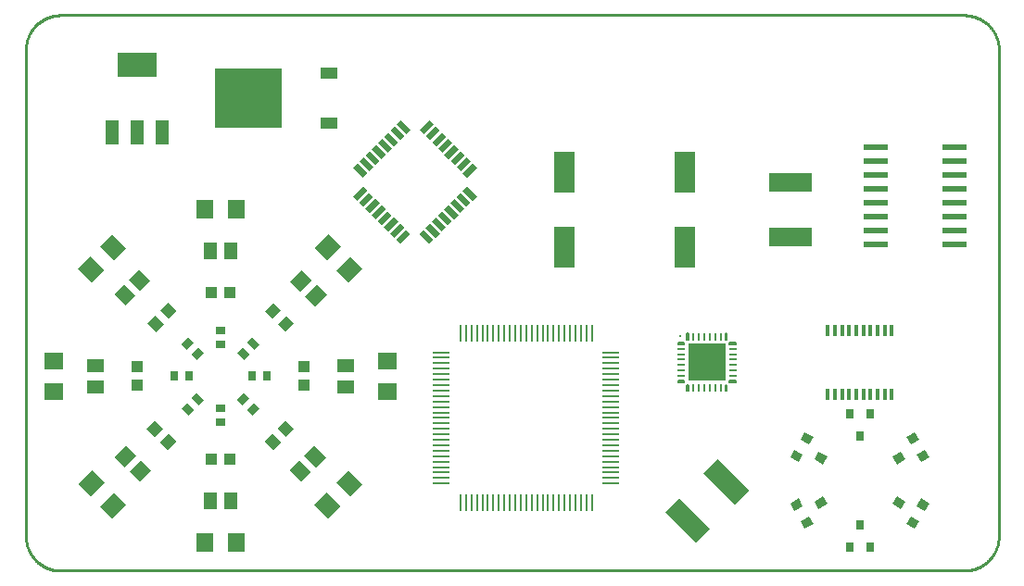
<source format=gtp>
G75*
%MOIN*%
%OFA0B0*%
%FSLAX25Y25*%
%IPPOS*%
%LPD*%
%AMOC8*
5,1,8,0,0,1.08239X$1,22.5*
%
%ADD10C,0.01000*%
%ADD11C,0.00551*%
%ADD12R,0.02756X0.01102*%
%ADD13R,0.01102X0.02756*%
%ADD14R,0.13780X0.13780*%
%ADD15R,0.00984X0.00984*%
%ADD16R,0.04800X0.08800*%
%ADD17R,0.14173X0.08661*%
%ADD18R,0.06299X0.03937*%
%ADD19R,0.24409X0.21260*%
%ADD20R,0.08661X0.02362*%
%ADD21R,0.01200X0.03900*%
%ADD22R,0.01063X0.05906*%
%ADD23R,0.05906X0.01063*%
%ADD24R,0.03543X0.02756*%
%ADD25R,0.02756X0.03543*%
%ADD26R,0.03937X0.04331*%
%ADD27R,0.04331X0.03937*%
%ADD28R,0.05118X0.05906*%
%ADD29R,0.05906X0.05118*%
%ADD30R,0.03150X0.03543*%
%ADD31R,0.06299X0.07098*%
%ADD32R,0.07098X0.06299*%
%ADD33R,0.05000X0.02200*%
%ADD34R,0.02200X0.05000*%
%ADD35R,0.07500X0.15000*%
%ADD36R,0.15748X0.07087*%
%ADD37R,0.07087X0.15748*%
D10*
X0014000Y0001750D02*
X0339000Y0001750D01*
X0339302Y0001754D01*
X0339604Y0001765D01*
X0339905Y0001783D01*
X0340206Y0001808D01*
X0340507Y0001841D01*
X0340806Y0001881D01*
X0341104Y0001928D01*
X0341402Y0001983D01*
X0341697Y0002044D01*
X0341991Y0002113D01*
X0342284Y0002189D01*
X0342574Y0002272D01*
X0342863Y0002362D01*
X0343149Y0002459D01*
X0343433Y0002562D01*
X0343714Y0002673D01*
X0343992Y0002790D01*
X0344268Y0002914D01*
X0344540Y0003045D01*
X0344809Y0003182D01*
X0345075Y0003325D01*
X0345337Y0003475D01*
X0345596Y0003632D01*
X0345850Y0003794D01*
X0346101Y0003963D01*
X0346347Y0004137D01*
X0346590Y0004318D01*
X0346827Y0004504D01*
X0347061Y0004696D01*
X0347289Y0004894D01*
X0347513Y0005097D01*
X0347731Y0005305D01*
X0347945Y0005519D01*
X0348153Y0005737D01*
X0348356Y0005961D01*
X0348554Y0006189D01*
X0348746Y0006423D01*
X0348932Y0006660D01*
X0349113Y0006903D01*
X0349287Y0007149D01*
X0349456Y0007400D01*
X0349618Y0007654D01*
X0349775Y0007913D01*
X0349925Y0008175D01*
X0350068Y0008441D01*
X0350205Y0008710D01*
X0350336Y0008982D01*
X0350460Y0009258D01*
X0350577Y0009536D01*
X0350688Y0009817D01*
X0350791Y0010101D01*
X0350888Y0010387D01*
X0350978Y0010676D01*
X0351061Y0010966D01*
X0351137Y0011259D01*
X0351206Y0011553D01*
X0351267Y0011848D01*
X0351322Y0012146D01*
X0351369Y0012444D01*
X0351409Y0012743D01*
X0351442Y0013044D01*
X0351467Y0013345D01*
X0351485Y0013646D01*
X0351496Y0013948D01*
X0351500Y0014250D01*
X0351500Y0189250D01*
X0351496Y0189552D01*
X0351485Y0189854D01*
X0351467Y0190155D01*
X0351442Y0190456D01*
X0351409Y0190757D01*
X0351369Y0191056D01*
X0351322Y0191354D01*
X0351267Y0191652D01*
X0351206Y0191947D01*
X0351137Y0192241D01*
X0351061Y0192534D01*
X0350978Y0192824D01*
X0350888Y0193113D01*
X0350791Y0193399D01*
X0350688Y0193683D01*
X0350577Y0193964D01*
X0350460Y0194242D01*
X0350336Y0194518D01*
X0350205Y0194790D01*
X0350068Y0195059D01*
X0349925Y0195325D01*
X0349775Y0195587D01*
X0349618Y0195846D01*
X0349456Y0196100D01*
X0349287Y0196351D01*
X0349113Y0196597D01*
X0348932Y0196840D01*
X0348746Y0197077D01*
X0348554Y0197311D01*
X0348356Y0197539D01*
X0348153Y0197763D01*
X0347945Y0197981D01*
X0347731Y0198195D01*
X0347513Y0198403D01*
X0347289Y0198606D01*
X0347061Y0198804D01*
X0346827Y0198996D01*
X0346590Y0199182D01*
X0346347Y0199363D01*
X0346101Y0199537D01*
X0345850Y0199706D01*
X0345596Y0199868D01*
X0345337Y0200025D01*
X0345075Y0200175D01*
X0344809Y0200318D01*
X0344540Y0200455D01*
X0344268Y0200586D01*
X0343992Y0200710D01*
X0343714Y0200827D01*
X0343433Y0200938D01*
X0343149Y0201041D01*
X0342863Y0201138D01*
X0342574Y0201228D01*
X0342284Y0201311D01*
X0341991Y0201387D01*
X0341697Y0201456D01*
X0341402Y0201517D01*
X0341104Y0201572D01*
X0340806Y0201619D01*
X0340507Y0201659D01*
X0340206Y0201692D01*
X0339905Y0201717D01*
X0339604Y0201735D01*
X0339302Y0201746D01*
X0339000Y0201750D01*
X0014000Y0201750D01*
X0013698Y0201746D01*
X0013396Y0201735D01*
X0013095Y0201717D01*
X0012794Y0201692D01*
X0012493Y0201659D01*
X0012194Y0201619D01*
X0011896Y0201572D01*
X0011598Y0201517D01*
X0011303Y0201456D01*
X0011009Y0201387D01*
X0010716Y0201311D01*
X0010426Y0201228D01*
X0010137Y0201138D01*
X0009851Y0201041D01*
X0009567Y0200938D01*
X0009286Y0200827D01*
X0009008Y0200710D01*
X0008732Y0200586D01*
X0008460Y0200455D01*
X0008191Y0200318D01*
X0007925Y0200175D01*
X0007663Y0200025D01*
X0007404Y0199868D01*
X0007150Y0199706D01*
X0006899Y0199537D01*
X0006653Y0199363D01*
X0006410Y0199182D01*
X0006173Y0198996D01*
X0005939Y0198804D01*
X0005711Y0198606D01*
X0005487Y0198403D01*
X0005269Y0198195D01*
X0005055Y0197981D01*
X0004847Y0197763D01*
X0004644Y0197539D01*
X0004446Y0197311D01*
X0004254Y0197077D01*
X0004068Y0196840D01*
X0003887Y0196597D01*
X0003713Y0196351D01*
X0003544Y0196100D01*
X0003382Y0195846D01*
X0003225Y0195587D01*
X0003075Y0195325D01*
X0002932Y0195059D01*
X0002795Y0194790D01*
X0002664Y0194518D01*
X0002540Y0194242D01*
X0002423Y0193964D01*
X0002312Y0193683D01*
X0002209Y0193399D01*
X0002112Y0193113D01*
X0002022Y0192824D01*
X0001939Y0192534D01*
X0001863Y0192241D01*
X0001794Y0191947D01*
X0001733Y0191652D01*
X0001678Y0191354D01*
X0001631Y0191056D01*
X0001591Y0190757D01*
X0001558Y0190456D01*
X0001533Y0190155D01*
X0001515Y0189854D01*
X0001504Y0189552D01*
X0001500Y0189250D01*
X0001500Y0014250D01*
X0001504Y0013948D01*
X0001515Y0013646D01*
X0001533Y0013345D01*
X0001558Y0013044D01*
X0001591Y0012743D01*
X0001631Y0012444D01*
X0001678Y0012146D01*
X0001733Y0011848D01*
X0001794Y0011553D01*
X0001863Y0011259D01*
X0001939Y0010966D01*
X0002022Y0010676D01*
X0002112Y0010387D01*
X0002209Y0010101D01*
X0002312Y0009817D01*
X0002423Y0009536D01*
X0002540Y0009258D01*
X0002664Y0008982D01*
X0002795Y0008710D01*
X0002932Y0008441D01*
X0003075Y0008175D01*
X0003225Y0007913D01*
X0003382Y0007654D01*
X0003544Y0007400D01*
X0003713Y0007149D01*
X0003887Y0006903D01*
X0004068Y0006660D01*
X0004254Y0006423D01*
X0004446Y0006189D01*
X0004644Y0005961D01*
X0004847Y0005737D01*
X0005055Y0005519D01*
X0005269Y0005305D01*
X0005487Y0005097D01*
X0005711Y0004894D01*
X0005939Y0004696D01*
X0006173Y0004504D01*
X0006410Y0004318D01*
X0006653Y0004137D01*
X0006899Y0003963D01*
X0007150Y0003794D01*
X0007404Y0003632D01*
X0007663Y0003475D01*
X0007925Y0003325D01*
X0008191Y0003182D01*
X0008460Y0003045D01*
X0008732Y0002914D01*
X0009008Y0002790D01*
X0009286Y0002673D01*
X0009567Y0002562D01*
X0009851Y0002459D01*
X0010137Y0002362D01*
X0010426Y0002272D01*
X0010716Y0002189D01*
X0011009Y0002113D01*
X0011303Y0002044D01*
X0011598Y0001983D01*
X0011896Y0001928D01*
X0012194Y0001881D01*
X0012493Y0001841D01*
X0012794Y0001808D01*
X0013095Y0001783D01*
X0013396Y0001765D01*
X0013698Y0001754D01*
X0014000Y0001750D01*
D11*
X0236145Y0069584D02*
X0238351Y0069584D01*
X0236145Y0069584D02*
X0236145Y0070136D01*
X0238351Y0070136D01*
X0238351Y0069584D01*
X0238351Y0070134D02*
X0236145Y0070134D01*
X0239334Y0066395D02*
X0239886Y0066395D01*
X0239334Y0066395D02*
X0239334Y0068601D01*
X0239886Y0068601D01*
X0239886Y0066395D01*
X0239886Y0066945D02*
X0239334Y0066945D01*
X0239334Y0067495D02*
X0239886Y0067495D01*
X0239886Y0068045D02*
X0239334Y0068045D01*
X0239334Y0068595D02*
X0239886Y0068595D01*
X0253114Y0066395D02*
X0253666Y0066395D01*
X0253114Y0066395D02*
X0253114Y0068601D01*
X0253666Y0068601D01*
X0253666Y0066395D01*
X0253666Y0066945D02*
X0253114Y0066945D01*
X0253114Y0067495D02*
X0253666Y0067495D01*
X0253666Y0068045D02*
X0253114Y0068045D01*
X0253114Y0068595D02*
X0253666Y0068595D01*
X0254649Y0069584D02*
X0256855Y0069584D01*
X0254649Y0069584D02*
X0254649Y0070136D01*
X0256855Y0070136D01*
X0256855Y0069584D01*
X0256855Y0070134D02*
X0254649Y0070134D01*
X0254649Y0083364D02*
X0256855Y0083364D01*
X0254649Y0083364D02*
X0254649Y0083916D01*
X0256855Y0083916D01*
X0256855Y0083364D01*
X0256855Y0083914D02*
X0254649Y0083914D01*
X0253666Y0084899D02*
X0253114Y0084899D01*
X0253114Y0087105D01*
X0253666Y0087105D01*
X0253666Y0084899D01*
X0253666Y0085449D02*
X0253114Y0085449D01*
X0253114Y0085999D02*
X0253666Y0085999D01*
X0253666Y0086549D02*
X0253114Y0086549D01*
X0253114Y0087099D02*
X0253666Y0087099D01*
X0239886Y0084899D02*
X0239334Y0084899D01*
X0239334Y0087105D01*
X0239886Y0087105D01*
X0239886Y0084899D01*
X0239886Y0085449D02*
X0239334Y0085449D01*
X0239334Y0085999D02*
X0239886Y0085999D01*
X0239886Y0086549D02*
X0239334Y0086549D01*
X0239334Y0087099D02*
X0239886Y0087099D01*
X0238351Y0083364D02*
X0236145Y0083364D01*
X0236145Y0083916D01*
X0238351Y0083916D01*
X0238351Y0083364D01*
X0238351Y0083914D02*
X0236145Y0083914D01*
D12*
X0237248Y0081671D03*
X0237248Y0079703D03*
X0237248Y0077734D03*
X0237248Y0075766D03*
X0237248Y0073797D03*
X0237248Y0071829D03*
X0255752Y0071829D03*
X0255752Y0073797D03*
X0255752Y0075766D03*
X0255752Y0077734D03*
X0255752Y0079703D03*
X0255752Y0081671D03*
D13*
X0251421Y0086002D03*
X0249453Y0086002D03*
X0247484Y0086002D03*
X0245516Y0086002D03*
X0243547Y0086002D03*
X0241579Y0086002D03*
X0241579Y0067498D03*
X0243547Y0067498D03*
X0245516Y0067498D03*
X0247484Y0067498D03*
X0249453Y0067498D03*
X0251421Y0067498D03*
D14*
X0246500Y0076750D03*
D15*
X0236992Y0086258D03*
D16*
X0050600Y0159550D03*
X0041500Y0159550D03*
X0032400Y0159550D03*
D17*
X0041500Y0183951D03*
D18*
X0110398Y0180726D03*
X0110398Y0162774D03*
D19*
X0081657Y0171750D03*
D20*
X0307327Y0154250D03*
X0307327Y0149250D03*
X0307327Y0144250D03*
X0307327Y0139250D03*
X0307327Y0134250D03*
X0307327Y0129250D03*
X0307327Y0124250D03*
X0307327Y0119250D03*
X0335673Y0119250D03*
X0335673Y0124250D03*
X0335673Y0129250D03*
X0335673Y0134250D03*
X0335673Y0139250D03*
X0335673Y0144250D03*
X0335673Y0149250D03*
X0335673Y0154250D03*
D21*
X0313016Y0088237D03*
X0310457Y0088237D03*
X0307898Y0088237D03*
X0305339Y0088237D03*
X0302780Y0088237D03*
X0300220Y0088237D03*
X0297661Y0088237D03*
X0295102Y0088237D03*
X0292543Y0088237D03*
X0289984Y0088237D03*
X0289984Y0065263D03*
X0292543Y0065263D03*
X0295102Y0065263D03*
X0297661Y0065263D03*
X0300220Y0065263D03*
X0302780Y0065263D03*
X0305339Y0065263D03*
X0307898Y0065263D03*
X0310457Y0065263D03*
X0313016Y0065263D03*
D22*
X0205122Y0087262D03*
X0203154Y0087262D03*
X0201185Y0087262D03*
X0199217Y0087262D03*
X0197248Y0087262D03*
X0195280Y0087262D03*
X0193311Y0087262D03*
X0191343Y0087262D03*
X0189374Y0087262D03*
X0187406Y0087262D03*
X0185437Y0087262D03*
X0183469Y0087262D03*
X0181500Y0087262D03*
X0179531Y0087262D03*
X0177563Y0087262D03*
X0175594Y0087262D03*
X0173626Y0087262D03*
X0171657Y0087262D03*
X0169689Y0087262D03*
X0167720Y0087262D03*
X0165752Y0087262D03*
X0163783Y0087262D03*
X0161815Y0087262D03*
X0159846Y0087262D03*
X0157878Y0087262D03*
X0157878Y0026238D03*
X0159846Y0026238D03*
X0161815Y0026238D03*
X0163783Y0026238D03*
X0165752Y0026238D03*
X0167720Y0026238D03*
X0169689Y0026238D03*
X0171657Y0026238D03*
X0173626Y0026238D03*
X0175594Y0026238D03*
X0177563Y0026238D03*
X0179531Y0026238D03*
X0181500Y0026238D03*
X0183469Y0026238D03*
X0185437Y0026238D03*
X0187406Y0026238D03*
X0189374Y0026238D03*
X0191343Y0026238D03*
X0193311Y0026238D03*
X0195280Y0026238D03*
X0197248Y0026238D03*
X0199217Y0026238D03*
X0201185Y0026238D03*
X0203154Y0026238D03*
X0205122Y0026238D03*
D23*
X0212012Y0033128D03*
X0212012Y0035096D03*
X0212012Y0037065D03*
X0212012Y0039033D03*
X0212012Y0041002D03*
X0212012Y0042970D03*
X0212012Y0044939D03*
X0212012Y0046907D03*
X0212012Y0048876D03*
X0212012Y0050844D03*
X0212012Y0052813D03*
X0212012Y0054781D03*
X0212012Y0056750D03*
X0212012Y0058719D03*
X0212012Y0060687D03*
X0212012Y0062656D03*
X0212012Y0064624D03*
X0212012Y0066593D03*
X0212012Y0068561D03*
X0212012Y0070530D03*
X0212012Y0072498D03*
X0212012Y0074467D03*
X0212012Y0076435D03*
X0212012Y0078404D03*
X0212012Y0080372D03*
X0150988Y0080372D03*
X0150988Y0078404D03*
X0150988Y0076435D03*
X0150988Y0074467D03*
X0150988Y0072498D03*
X0150988Y0070530D03*
X0150988Y0068561D03*
X0150988Y0066593D03*
X0150988Y0064624D03*
X0150988Y0062656D03*
X0150988Y0060687D03*
X0150988Y0058719D03*
X0150988Y0056750D03*
X0150988Y0054781D03*
X0150988Y0052813D03*
X0150988Y0050844D03*
X0150988Y0048876D03*
X0150988Y0046907D03*
X0150988Y0044939D03*
X0150988Y0042970D03*
X0150988Y0041002D03*
X0150988Y0039033D03*
X0150988Y0037065D03*
X0150988Y0035096D03*
X0150988Y0033128D03*
D24*
X0071500Y0055191D03*
X0071500Y0060309D03*
X0071500Y0083191D03*
X0071500Y0088309D03*
D25*
G36*
X0085536Y0083283D02*
X0083587Y0081334D01*
X0081084Y0083837D01*
X0083033Y0085786D01*
X0085536Y0083283D01*
G37*
G36*
X0081916Y0079663D02*
X0079967Y0077714D01*
X0077464Y0080217D01*
X0079413Y0082166D01*
X0081916Y0079663D01*
G37*
X0082941Y0071750D03*
X0088059Y0071750D03*
G36*
X0079967Y0065786D02*
X0081916Y0063837D01*
X0079413Y0061334D01*
X0077464Y0063283D01*
X0079967Y0065786D01*
G37*
G36*
X0083587Y0062166D02*
X0085536Y0060217D01*
X0083033Y0057714D01*
X0081084Y0059663D01*
X0083587Y0062166D01*
G37*
G36*
X0065536Y0063283D02*
X0063587Y0061334D01*
X0061084Y0063837D01*
X0063033Y0065786D01*
X0065536Y0063283D01*
G37*
G36*
X0061916Y0059663D02*
X0059967Y0057714D01*
X0057464Y0060217D01*
X0059413Y0062166D01*
X0061916Y0059663D01*
G37*
X0060059Y0071750D03*
X0054941Y0071750D03*
G36*
X0063587Y0082166D02*
X0065536Y0080217D01*
X0063033Y0077714D01*
X0061084Y0079663D01*
X0063587Y0082166D01*
G37*
G36*
X0059967Y0085786D02*
X0061916Y0083837D01*
X0059413Y0081334D01*
X0057464Y0083283D01*
X0059967Y0085786D01*
G37*
D26*
G36*
X0051056Y0090495D02*
X0048273Y0087712D01*
X0045212Y0090773D01*
X0047995Y0093556D01*
X0051056Y0090495D01*
G37*
G36*
X0055788Y0095227D02*
X0053005Y0092444D01*
X0049944Y0095505D01*
X0052727Y0098288D01*
X0055788Y0095227D01*
G37*
X0068154Y0101750D03*
X0074846Y0101750D03*
G36*
X0090523Y0098288D02*
X0093306Y0095505D01*
X0090245Y0092444D01*
X0087462Y0095227D01*
X0090523Y0098288D01*
G37*
G36*
X0095255Y0093556D02*
X0098038Y0090773D01*
X0094977Y0087712D01*
X0092194Y0090495D01*
X0095255Y0093556D01*
G37*
G36*
X0092194Y0053005D02*
X0094977Y0055788D01*
X0098038Y0052727D01*
X0095255Y0049944D01*
X0092194Y0053005D01*
G37*
G36*
X0087462Y0048273D02*
X0090245Y0051056D01*
X0093306Y0047995D01*
X0090523Y0045212D01*
X0087462Y0048273D01*
G37*
X0074846Y0041750D03*
X0068154Y0041750D03*
G36*
X0052477Y0045212D02*
X0049694Y0047995D01*
X0052755Y0051056D01*
X0055538Y0048273D01*
X0052477Y0045212D01*
G37*
G36*
X0047745Y0049944D02*
X0044962Y0052727D01*
X0048023Y0055788D01*
X0050806Y0053005D01*
X0047745Y0049944D01*
G37*
D27*
X0041500Y0068404D03*
X0041500Y0075096D03*
X0101500Y0075096D03*
X0101500Y0068404D03*
D28*
G36*
X0101712Y0043208D02*
X0105331Y0046827D01*
X0109506Y0042652D01*
X0105887Y0039033D01*
X0101712Y0043208D01*
G37*
G36*
X0096423Y0037919D02*
X0100042Y0041538D01*
X0104217Y0037363D01*
X0100598Y0033744D01*
X0096423Y0037919D01*
G37*
X0075240Y0026750D03*
X0067760Y0026750D03*
G36*
X0042958Y0041538D02*
X0046577Y0037919D01*
X0042402Y0033744D01*
X0038783Y0037363D01*
X0042958Y0041538D01*
G37*
G36*
X0037669Y0046827D02*
X0041288Y0043208D01*
X0037113Y0039033D01*
X0033494Y0042652D01*
X0037669Y0046827D01*
G37*
G36*
X0041038Y0100792D02*
X0037419Y0097173D01*
X0033244Y0101348D01*
X0036863Y0104967D01*
X0041038Y0100792D01*
G37*
G36*
X0046327Y0106081D02*
X0042708Y0102462D01*
X0038533Y0106637D01*
X0042152Y0110256D01*
X0046327Y0106081D01*
G37*
X0067760Y0116750D03*
X0075240Y0116750D03*
G36*
X0100292Y0102212D02*
X0096673Y0105831D01*
X0100848Y0110006D01*
X0104467Y0106387D01*
X0100292Y0102212D01*
G37*
G36*
X0105581Y0096923D02*
X0101962Y0100542D01*
X0106137Y0104717D01*
X0109756Y0101098D01*
X0105581Y0096923D01*
G37*
D29*
X0116500Y0075490D03*
X0116500Y0068010D03*
X0026500Y0068010D03*
X0026500Y0075490D03*
D30*
G36*
X0276399Y0042501D02*
X0277974Y0045228D01*
X0281041Y0043457D01*
X0279466Y0040730D01*
X0276399Y0042501D01*
G37*
G36*
X0285089Y0041803D02*
X0286664Y0044530D01*
X0289731Y0042759D01*
X0288156Y0040032D01*
X0285089Y0041803D01*
G37*
G36*
X0280140Y0048980D02*
X0281715Y0051707D01*
X0284782Y0049936D01*
X0283207Y0047209D01*
X0280140Y0048980D01*
G37*
X0297760Y0058187D03*
X0305240Y0058187D03*
X0301500Y0050313D03*
G36*
X0316336Y0044530D02*
X0317911Y0041803D01*
X0314844Y0040032D01*
X0313269Y0042759D01*
X0316336Y0044530D01*
G37*
G36*
X0325026Y0045228D02*
X0326601Y0042501D01*
X0323534Y0040730D01*
X0321959Y0043457D01*
X0325026Y0045228D01*
G37*
G36*
X0321285Y0051707D02*
X0322860Y0048980D01*
X0319793Y0047209D01*
X0318218Y0049936D01*
X0321285Y0051707D01*
G37*
G36*
X0317911Y0026697D02*
X0316336Y0023970D01*
X0313269Y0025741D01*
X0314844Y0028468D01*
X0317911Y0026697D01*
G37*
G36*
X0326601Y0025999D02*
X0325026Y0023272D01*
X0321959Y0025043D01*
X0323534Y0027770D01*
X0326601Y0025999D01*
G37*
G36*
X0322860Y0019520D02*
X0321285Y0016793D01*
X0318218Y0018564D01*
X0319793Y0021291D01*
X0322860Y0019520D01*
G37*
X0305240Y0010313D03*
X0297760Y0010313D03*
X0301500Y0018187D03*
G36*
X0286664Y0023970D02*
X0285089Y0026697D01*
X0288156Y0028468D01*
X0289731Y0025741D01*
X0286664Y0023970D01*
G37*
G36*
X0281715Y0016793D02*
X0280140Y0019520D01*
X0283207Y0021291D01*
X0284782Y0018564D01*
X0281715Y0016793D01*
G37*
G36*
X0277974Y0023272D02*
X0276399Y0025999D01*
X0279466Y0027770D01*
X0281041Y0025043D01*
X0277974Y0023272D01*
G37*
D31*
G36*
X0113223Y0033491D02*
X0117677Y0037945D01*
X0122695Y0032927D01*
X0118241Y0028473D01*
X0113223Y0033491D01*
G37*
G36*
X0105305Y0025573D02*
X0109759Y0030027D01*
X0114777Y0025009D01*
X0110323Y0020555D01*
X0105305Y0025573D01*
G37*
X0077098Y0011750D03*
X0065902Y0011750D03*
G36*
X0032677Y0020555D02*
X0028223Y0025009D01*
X0033241Y0030027D01*
X0037695Y0025573D01*
X0032677Y0020555D01*
G37*
G36*
X0024759Y0028473D02*
X0020305Y0032927D01*
X0025323Y0037945D01*
X0029777Y0033491D01*
X0024759Y0028473D01*
G37*
G36*
X0029777Y0110009D02*
X0025323Y0105555D01*
X0020305Y0110573D01*
X0024759Y0115027D01*
X0029777Y0110009D01*
G37*
G36*
X0037695Y0117927D02*
X0033241Y0113473D01*
X0028223Y0118491D01*
X0032677Y0122945D01*
X0037695Y0117927D01*
G37*
X0065902Y0131750D03*
X0077098Y0131750D03*
G36*
X0110323Y0122945D02*
X0114777Y0118491D01*
X0109759Y0113473D01*
X0105305Y0117927D01*
X0110323Y0122945D01*
G37*
G36*
X0118241Y0115027D02*
X0122695Y0110573D01*
X0117677Y0105555D01*
X0113223Y0110009D01*
X0118241Y0115027D01*
G37*
D32*
X0131500Y0077348D03*
X0131500Y0066152D03*
X0011500Y0066152D03*
X0011500Y0077348D03*
D33*
G36*
X0124300Y0138584D02*
X0120766Y0135050D01*
X0119210Y0136606D01*
X0122744Y0140140D01*
X0124300Y0138584D01*
G37*
G36*
X0126527Y0136357D02*
X0122993Y0132823D01*
X0121437Y0134379D01*
X0124971Y0137913D01*
X0126527Y0136357D01*
G37*
G36*
X0128754Y0134130D02*
X0125220Y0130596D01*
X0123664Y0132152D01*
X0127198Y0135686D01*
X0128754Y0134130D01*
G37*
G36*
X0130981Y0131902D02*
X0127447Y0128368D01*
X0125891Y0129924D01*
X0129425Y0133458D01*
X0130981Y0131902D01*
G37*
G36*
X0133208Y0129675D02*
X0129674Y0126141D01*
X0128118Y0127697D01*
X0131652Y0131231D01*
X0133208Y0129675D01*
G37*
G36*
X0135436Y0127448D02*
X0131902Y0123914D01*
X0130346Y0125470D01*
X0133880Y0129004D01*
X0135436Y0127448D01*
G37*
G36*
X0137663Y0125221D02*
X0134129Y0121687D01*
X0132573Y0123243D01*
X0136107Y0126777D01*
X0137663Y0125221D01*
G37*
G36*
X0139890Y0122994D02*
X0136356Y0119460D01*
X0134800Y0121016D01*
X0138334Y0124550D01*
X0139890Y0122994D01*
G37*
G36*
X0163790Y0146894D02*
X0160256Y0143360D01*
X0158700Y0144916D01*
X0162234Y0148450D01*
X0163790Y0146894D01*
G37*
G36*
X0161563Y0149121D02*
X0158029Y0145587D01*
X0156473Y0147143D01*
X0160007Y0150677D01*
X0161563Y0149121D01*
G37*
G36*
X0159336Y0151348D02*
X0155802Y0147814D01*
X0154246Y0149370D01*
X0157780Y0152904D01*
X0159336Y0151348D01*
G37*
G36*
X0157109Y0153576D02*
X0153575Y0150042D01*
X0152019Y0151598D01*
X0155553Y0155132D01*
X0157109Y0153576D01*
G37*
G36*
X0154882Y0155803D02*
X0151348Y0152269D01*
X0149792Y0153825D01*
X0153326Y0157359D01*
X0154882Y0155803D01*
G37*
G36*
X0152654Y0158030D02*
X0149120Y0154496D01*
X0147564Y0156052D01*
X0151098Y0159586D01*
X0152654Y0158030D01*
G37*
G36*
X0150427Y0160257D02*
X0146893Y0156723D01*
X0145337Y0158279D01*
X0148871Y0161813D01*
X0150427Y0160257D01*
G37*
G36*
X0148200Y0162484D02*
X0144666Y0158950D01*
X0143110Y0160506D01*
X0146644Y0164040D01*
X0148200Y0162484D01*
G37*
D34*
G36*
X0139890Y0160506D02*
X0138334Y0158950D01*
X0134800Y0162484D01*
X0136356Y0164040D01*
X0139890Y0160506D01*
G37*
G36*
X0137663Y0158279D02*
X0136107Y0156723D01*
X0132573Y0160257D01*
X0134129Y0161813D01*
X0137663Y0158279D01*
G37*
G36*
X0135436Y0156052D02*
X0133880Y0154496D01*
X0130346Y0158030D01*
X0131902Y0159586D01*
X0135436Y0156052D01*
G37*
G36*
X0133208Y0153825D02*
X0131652Y0152269D01*
X0128118Y0155803D01*
X0129674Y0157359D01*
X0133208Y0153825D01*
G37*
G36*
X0130981Y0151598D02*
X0129425Y0150042D01*
X0125891Y0153576D01*
X0127447Y0155132D01*
X0130981Y0151598D01*
G37*
G36*
X0128754Y0149370D02*
X0127198Y0147814D01*
X0123664Y0151348D01*
X0125220Y0152904D01*
X0128754Y0149370D01*
G37*
G36*
X0126527Y0147143D02*
X0124971Y0145587D01*
X0121437Y0149121D01*
X0122993Y0150677D01*
X0126527Y0147143D01*
G37*
G36*
X0124300Y0144916D02*
X0122744Y0143360D01*
X0119210Y0146894D01*
X0120766Y0148450D01*
X0124300Y0144916D01*
G37*
G36*
X0154882Y0127697D02*
X0153326Y0126141D01*
X0149792Y0129675D01*
X0151348Y0131231D01*
X0154882Y0127697D01*
G37*
G36*
X0152654Y0125470D02*
X0151098Y0123914D01*
X0147564Y0127448D01*
X0149120Y0129004D01*
X0152654Y0125470D01*
G37*
G36*
X0150427Y0123243D02*
X0148871Y0121687D01*
X0145337Y0125221D01*
X0146893Y0126777D01*
X0150427Y0123243D01*
G37*
G36*
X0148200Y0121016D02*
X0146644Y0119460D01*
X0143110Y0122994D01*
X0144666Y0124550D01*
X0148200Y0121016D01*
G37*
G36*
X0157109Y0129924D02*
X0155553Y0128368D01*
X0152019Y0131902D01*
X0153575Y0133458D01*
X0157109Y0129924D01*
G37*
G36*
X0159336Y0132152D02*
X0157780Y0130596D01*
X0154246Y0134130D01*
X0155802Y0135686D01*
X0159336Y0132152D01*
G37*
G36*
X0161563Y0134379D02*
X0160007Y0132823D01*
X0156473Y0136357D01*
X0158029Y0137913D01*
X0161563Y0134379D01*
G37*
G36*
X0163790Y0136606D02*
X0162234Y0135050D01*
X0158700Y0138584D01*
X0160256Y0140140D01*
X0163790Y0136606D01*
G37*
D35*
X0195250Y0145250D03*
X0238500Y0145250D03*
X0238500Y0118250D03*
X0195250Y0118250D03*
D36*
X0276500Y0121907D03*
X0276500Y0141593D03*
D37*
G36*
X0261533Y0030648D02*
X0256522Y0025637D01*
X0245387Y0036772D01*
X0250398Y0041783D01*
X0261533Y0030648D01*
G37*
G36*
X0247613Y0016728D02*
X0242602Y0011717D01*
X0231467Y0022852D01*
X0236478Y0027863D01*
X0247613Y0016728D01*
G37*
M02*

</source>
